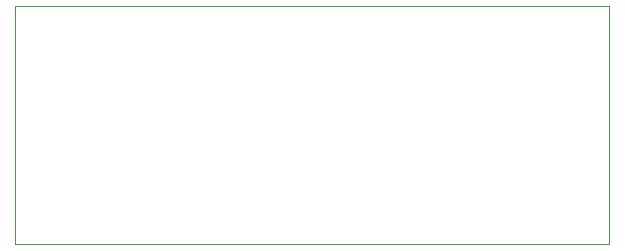
<source format=gko>
G04 Layer_Color=16711935*
%FSLAX43Y43*%
%MOMM*%
G71*
G01*
G75*
%ADD10C,0.100*%
D10*
X0Y0D02*
X50292D01*
X0Y20193D02*
X50292D01*
X0Y0D02*
Y20193D01*
X50292Y0D02*
Y20193D01*
M02*

</source>
